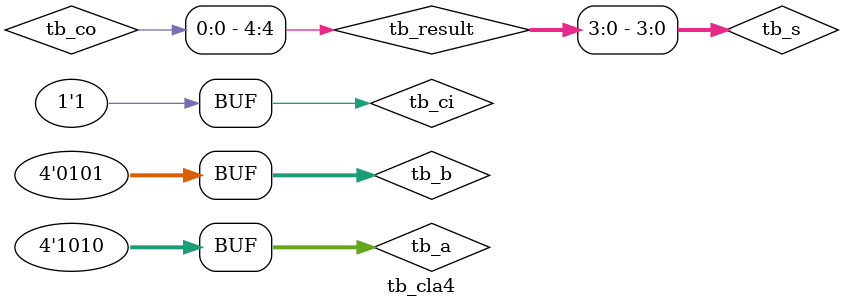
<source format=v>
`timescale 1ns/100ps

module tb_cla4;
	reg [3:0] tb_a, tb_b;
	reg tb_ci;
	wire [3:0] tb_s;
	wire tb_co;
	wire [4:0] tb_result;

	assign tb_result = {tb_co, tb_s};	
	cla4 U0_cla4(.a(tb_a),.b(tb_b),.ci(tb_ci),.s(tb_s),.co(tb_co));
	
	initial begin
	tb_a=0;tb_b=0; tb_ci=0;
   #10; tb_a=4'b0101;tb_b=4'b0010; 			// 5+2=7			no carry
   #10; tb_b=4'b0011; 							// 5+3=8			fa00, fa01, fa02 carry
	#10; tb_a=4'b1101; 							// -3+3=0			carry out
	#10; tb_a=4'b0100;tb_b=4'b0010;tb_ci=1;// 4+2+1=7			no carry
	#10; tb_b=4'b0101; 							// 4+5+1=10			fa00,fa02 carry
	#10; tb_a=4'b1010; 							// -6+5+1=0			carry out
	#10;
   end
endmodule

</source>
